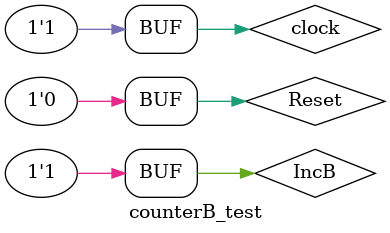
<source format=v>
module counterB_test;

/* All test fixture outputs are declared as reg statements */
reg IncB, Reset, clock;

/* All test fixture inputs are declared as wire statements */
wire [1:0]AddrB;

/* Module instantiation here */
counterB uut (.AddrB(AddrB),
             .IncB(IncB),
             .Reset(Reset),
             .clock(clock));

/* Verification vectors here */
initial
begin
    IncB = 0; Reset = 1; clock = 1;
#5  IncB = 1; Reset = 0; clock = 0;
#5  IncB = 1; Reset = 0; clock = 1;
#5  IncB = 1; Reset = 0; clock = 0;
#5  IncB = 0; Reset = 0; clock = 1;
#5  IncB = 1; Reset = 0; clock = 0;
#5  IncB = 1; Reset = 0; clock = 1;
#5  IncB = 1; Reset = 0; clock = 0;
#5  IncB = 1; Reset = 0; clock = 1;
#5  IncB = 1; Reset = 0; clock = 0;
#5  IncB = 0; Reset = 0; clock = 1;
#5  IncB = 1; Reset = 0; clock = 0;
#5  IncB = 1; Reset = 0; clock = 1;
#5  IncB = 1; Reset = 0; clock = 0;
#5  IncB = 1; Reset = 0; clock = 1;
#5  IncB = 1; Reset = 1; clock = 0;
#5  IncB = 1; Reset = 0; clock = 1; 
end

endmodule

</source>
